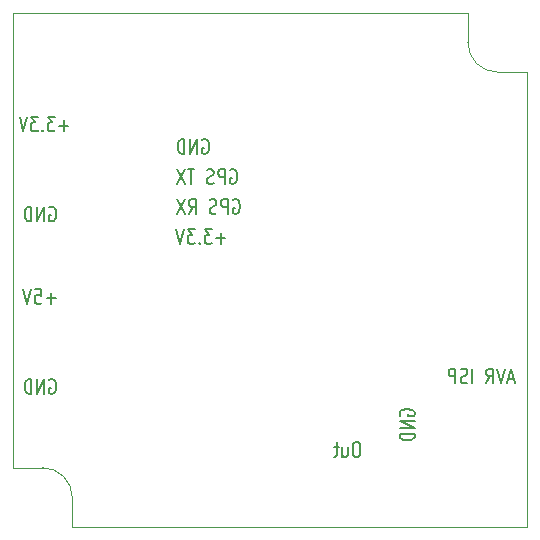
<source format=gbo>
G04 #@! TF.FileFunction,Legend,Bot*
%FSLAX46Y46*%
G04 Gerber Fmt 4.6, Leading zero omitted, Abs format (unit mm)*
G04 Created by KiCad (PCBNEW 4.0.6) date 04/17/17 12:50:54*
%MOMM*%
%LPD*%
G01*
G04 APERTURE LIST*
%ADD10C,0.100000*%
%ADD11C,0.200000*%
%ADD12C,0.050000*%
G04 APERTURE END LIST*
D10*
D11*
X144790000Y-109093096D02*
X144730476Y-108997858D01*
X144730476Y-108855001D01*
X144790000Y-108712143D01*
X144909048Y-108616905D01*
X145028095Y-108569286D01*
X145266190Y-108521667D01*
X145444762Y-108521667D01*
X145682857Y-108569286D01*
X145801905Y-108616905D01*
X145920952Y-108712143D01*
X145980476Y-108855001D01*
X145980476Y-108950239D01*
X145920952Y-109093096D01*
X145861429Y-109140715D01*
X145444762Y-109140715D01*
X145444762Y-108950239D01*
X145980476Y-109569286D02*
X144730476Y-109569286D01*
X145980476Y-110140715D01*
X144730476Y-110140715D01*
X145980476Y-110616905D02*
X144730476Y-110616905D01*
X144730476Y-110855000D01*
X144790000Y-110997858D01*
X144909048Y-111093096D01*
X145028095Y-111140715D01*
X145266190Y-111188334D01*
X145444762Y-111188334D01*
X145682857Y-111140715D01*
X145801905Y-111093096D01*
X145920952Y-110997858D01*
X145980476Y-110855000D01*
X145980476Y-110616905D01*
X115061904Y-106055000D02*
X115157142Y-105995476D01*
X115299999Y-105995476D01*
X115442857Y-106055000D01*
X115538095Y-106174048D01*
X115585714Y-106293095D01*
X115633333Y-106531190D01*
X115633333Y-106709762D01*
X115585714Y-106947857D01*
X115538095Y-107066905D01*
X115442857Y-107185952D01*
X115299999Y-107245476D01*
X115204761Y-107245476D01*
X115061904Y-107185952D01*
X115014285Y-107126429D01*
X115014285Y-106709762D01*
X115204761Y-106709762D01*
X114585714Y-107245476D02*
X114585714Y-105995476D01*
X114014285Y-107245476D01*
X114014285Y-105995476D01*
X113538095Y-107245476D02*
X113538095Y-105995476D01*
X113300000Y-105995476D01*
X113157142Y-106055000D01*
X113061904Y-106174048D01*
X113014285Y-106293095D01*
X112966666Y-106531190D01*
X112966666Y-106709762D01*
X113014285Y-106947857D01*
X113061904Y-107066905D01*
X113157142Y-107185952D01*
X113300000Y-107245476D01*
X113538095Y-107245476D01*
X115061904Y-91450000D02*
X115157142Y-91390476D01*
X115299999Y-91390476D01*
X115442857Y-91450000D01*
X115538095Y-91569048D01*
X115585714Y-91688095D01*
X115633333Y-91926190D01*
X115633333Y-92104762D01*
X115585714Y-92342857D01*
X115538095Y-92461905D01*
X115442857Y-92580952D01*
X115299999Y-92640476D01*
X115204761Y-92640476D01*
X115061904Y-92580952D01*
X115014285Y-92521429D01*
X115014285Y-92104762D01*
X115204761Y-92104762D01*
X114585714Y-92640476D02*
X114585714Y-91390476D01*
X114014285Y-92640476D01*
X114014285Y-91390476D01*
X113538095Y-92640476D02*
X113538095Y-91390476D01*
X113300000Y-91390476D01*
X113157142Y-91450000D01*
X113061904Y-91569048D01*
X113014285Y-91688095D01*
X112966666Y-91926190D01*
X112966666Y-92104762D01*
X113014285Y-92342857D01*
X113061904Y-92461905D01*
X113157142Y-92580952D01*
X113300000Y-92640476D01*
X113538095Y-92640476D01*
X154399905Y-105999333D02*
X153923714Y-105999333D01*
X154495143Y-106356476D02*
X154161810Y-105106476D01*
X153828476Y-106356476D01*
X153638000Y-105106476D02*
X153304667Y-106356476D01*
X152971333Y-105106476D01*
X152066571Y-106356476D02*
X152399905Y-105761238D01*
X152638000Y-106356476D02*
X152638000Y-105106476D01*
X152257047Y-105106476D01*
X152161809Y-105166000D01*
X152114190Y-105225524D01*
X152066571Y-105344571D01*
X152066571Y-105523143D01*
X152114190Y-105642190D01*
X152161809Y-105701714D01*
X152257047Y-105761238D01*
X152638000Y-105761238D01*
X150876095Y-106356476D02*
X150876095Y-105106476D01*
X150447524Y-106296952D02*
X150304667Y-106356476D01*
X150066571Y-106356476D01*
X149971333Y-106296952D01*
X149923714Y-106237429D01*
X149876095Y-106118381D01*
X149876095Y-105999333D01*
X149923714Y-105880286D01*
X149971333Y-105820762D01*
X150066571Y-105761238D01*
X150257048Y-105701714D01*
X150352286Y-105642190D01*
X150399905Y-105582667D01*
X150447524Y-105463619D01*
X150447524Y-105344571D01*
X150399905Y-105225524D01*
X150352286Y-105166000D01*
X150257048Y-105106476D01*
X150018952Y-105106476D01*
X149876095Y-105166000D01*
X149447524Y-106356476D02*
X149447524Y-105106476D01*
X149066571Y-105106476D01*
X148971333Y-105166000D01*
X148923714Y-105225524D01*
X148876095Y-105344571D01*
X148876095Y-105523143D01*
X148923714Y-105642190D01*
X148971333Y-105701714D01*
X149066571Y-105761238D01*
X149447524Y-105761238D01*
X141168334Y-111329476D02*
X140977857Y-111329476D01*
X140882619Y-111389000D01*
X140787381Y-111508048D01*
X140739762Y-111746143D01*
X140739762Y-112162810D01*
X140787381Y-112400905D01*
X140882619Y-112519952D01*
X140977857Y-112579476D01*
X141168334Y-112579476D01*
X141263572Y-112519952D01*
X141358810Y-112400905D01*
X141406429Y-112162810D01*
X141406429Y-111746143D01*
X141358810Y-111508048D01*
X141263572Y-111389000D01*
X141168334Y-111329476D01*
X139882619Y-111746143D02*
X139882619Y-112579476D01*
X140311191Y-111746143D02*
X140311191Y-112400905D01*
X140263572Y-112519952D01*
X140168334Y-112579476D01*
X140025476Y-112579476D01*
X139930238Y-112519952D01*
X139882619Y-112460429D01*
X139549286Y-111746143D02*
X139168334Y-111746143D01*
X139406429Y-111329476D02*
X139406429Y-112400905D01*
X139358810Y-112519952D01*
X139263572Y-112579476D01*
X139168334Y-112579476D01*
X128015714Y-85735000D02*
X128110952Y-85675476D01*
X128253809Y-85675476D01*
X128396667Y-85735000D01*
X128491905Y-85854048D01*
X128539524Y-85973095D01*
X128587143Y-86211190D01*
X128587143Y-86389762D01*
X128539524Y-86627857D01*
X128491905Y-86746905D01*
X128396667Y-86865952D01*
X128253809Y-86925476D01*
X128158571Y-86925476D01*
X128015714Y-86865952D01*
X127968095Y-86806429D01*
X127968095Y-86389762D01*
X128158571Y-86389762D01*
X127539524Y-86925476D02*
X127539524Y-85675476D01*
X126968095Y-86925476D01*
X126968095Y-85675476D01*
X126491905Y-86925476D02*
X126491905Y-85675476D01*
X126253810Y-85675476D01*
X126110952Y-85735000D01*
X126015714Y-85854048D01*
X125968095Y-85973095D01*
X125920476Y-86211190D01*
X125920476Y-86389762D01*
X125968095Y-86627857D01*
X126015714Y-86746905D01*
X126110952Y-86865952D01*
X126253810Y-86925476D01*
X126491905Y-86925476D01*
X130396667Y-88275000D02*
X130491905Y-88215476D01*
X130634762Y-88215476D01*
X130777620Y-88275000D01*
X130872858Y-88394048D01*
X130920477Y-88513095D01*
X130968096Y-88751190D01*
X130968096Y-88929762D01*
X130920477Y-89167857D01*
X130872858Y-89286905D01*
X130777620Y-89405952D01*
X130634762Y-89465476D01*
X130539524Y-89465476D01*
X130396667Y-89405952D01*
X130349048Y-89346429D01*
X130349048Y-88929762D01*
X130539524Y-88929762D01*
X129920477Y-89465476D02*
X129920477Y-88215476D01*
X129539524Y-88215476D01*
X129444286Y-88275000D01*
X129396667Y-88334524D01*
X129349048Y-88453571D01*
X129349048Y-88632143D01*
X129396667Y-88751190D01*
X129444286Y-88810714D01*
X129539524Y-88870238D01*
X129920477Y-88870238D01*
X128968096Y-89405952D02*
X128825239Y-89465476D01*
X128587143Y-89465476D01*
X128491905Y-89405952D01*
X128444286Y-89346429D01*
X128396667Y-89227381D01*
X128396667Y-89108333D01*
X128444286Y-88989286D01*
X128491905Y-88929762D01*
X128587143Y-88870238D01*
X128777620Y-88810714D01*
X128872858Y-88751190D01*
X128920477Y-88691667D01*
X128968096Y-88572619D01*
X128968096Y-88453571D01*
X128920477Y-88334524D01*
X128872858Y-88275000D01*
X128777620Y-88215476D01*
X128539524Y-88215476D01*
X128396667Y-88275000D01*
X127349048Y-88215476D02*
X126777619Y-88215476D01*
X127063334Y-89465476D02*
X127063334Y-88215476D01*
X126539524Y-88215476D02*
X125872857Y-89465476D01*
X125872857Y-88215476D02*
X126539524Y-89465476D01*
X130634762Y-90815000D02*
X130730000Y-90755476D01*
X130872857Y-90755476D01*
X131015715Y-90815000D01*
X131110953Y-90934048D01*
X131158572Y-91053095D01*
X131206191Y-91291190D01*
X131206191Y-91469762D01*
X131158572Y-91707857D01*
X131110953Y-91826905D01*
X131015715Y-91945952D01*
X130872857Y-92005476D01*
X130777619Y-92005476D01*
X130634762Y-91945952D01*
X130587143Y-91886429D01*
X130587143Y-91469762D01*
X130777619Y-91469762D01*
X130158572Y-92005476D02*
X130158572Y-90755476D01*
X129777619Y-90755476D01*
X129682381Y-90815000D01*
X129634762Y-90874524D01*
X129587143Y-90993571D01*
X129587143Y-91172143D01*
X129634762Y-91291190D01*
X129682381Y-91350714D01*
X129777619Y-91410238D01*
X130158572Y-91410238D01*
X129206191Y-91945952D02*
X129063334Y-92005476D01*
X128825238Y-92005476D01*
X128730000Y-91945952D01*
X128682381Y-91886429D01*
X128634762Y-91767381D01*
X128634762Y-91648333D01*
X128682381Y-91529286D01*
X128730000Y-91469762D01*
X128825238Y-91410238D01*
X129015715Y-91350714D01*
X129110953Y-91291190D01*
X129158572Y-91231667D01*
X129206191Y-91112619D01*
X129206191Y-90993571D01*
X129158572Y-90874524D01*
X129110953Y-90815000D01*
X129015715Y-90755476D01*
X128777619Y-90755476D01*
X128634762Y-90815000D01*
X126872857Y-92005476D02*
X127206191Y-91410238D01*
X127444286Y-92005476D02*
X127444286Y-90755476D01*
X127063333Y-90755476D01*
X126968095Y-90815000D01*
X126920476Y-90874524D01*
X126872857Y-90993571D01*
X126872857Y-91172143D01*
X126920476Y-91291190D01*
X126968095Y-91350714D01*
X127063333Y-91410238D01*
X127444286Y-91410238D01*
X126539524Y-90755476D02*
X125872857Y-92005476D01*
X125872857Y-90755476D02*
X126539524Y-92005476D01*
X129968095Y-94069286D02*
X129206190Y-94069286D01*
X129587142Y-94545476D02*
X129587142Y-93593095D01*
X128825238Y-93295476D02*
X128206190Y-93295476D01*
X128539524Y-93771667D01*
X128396666Y-93771667D01*
X128301428Y-93831190D01*
X128253809Y-93890714D01*
X128206190Y-94009762D01*
X128206190Y-94307381D01*
X128253809Y-94426429D01*
X128301428Y-94485952D01*
X128396666Y-94545476D01*
X128682381Y-94545476D01*
X128777619Y-94485952D01*
X128825238Y-94426429D01*
X127777619Y-94426429D02*
X127730000Y-94485952D01*
X127777619Y-94545476D01*
X127825238Y-94485952D01*
X127777619Y-94426429D01*
X127777619Y-94545476D01*
X127396667Y-93295476D02*
X126777619Y-93295476D01*
X127110953Y-93771667D01*
X126968095Y-93771667D01*
X126872857Y-93831190D01*
X126825238Y-93890714D01*
X126777619Y-94009762D01*
X126777619Y-94307381D01*
X126825238Y-94426429D01*
X126872857Y-94485952D01*
X126968095Y-94545476D01*
X127253810Y-94545476D01*
X127349048Y-94485952D01*
X127396667Y-94426429D01*
X126491905Y-93295476D02*
X126158572Y-94545476D01*
X125825238Y-93295476D01*
X115585714Y-99149286D02*
X114823809Y-99149286D01*
X115204761Y-99625476D02*
X115204761Y-98673095D01*
X113871428Y-98375476D02*
X114347619Y-98375476D01*
X114395238Y-98970714D01*
X114347619Y-98911190D01*
X114252381Y-98851667D01*
X114014285Y-98851667D01*
X113919047Y-98911190D01*
X113871428Y-98970714D01*
X113823809Y-99089762D01*
X113823809Y-99387381D01*
X113871428Y-99506429D01*
X113919047Y-99565952D01*
X114014285Y-99625476D01*
X114252381Y-99625476D01*
X114347619Y-99565952D01*
X114395238Y-99506429D01*
X113538095Y-98375476D02*
X113204762Y-99625476D01*
X112871428Y-98375476D01*
X116681000Y-84544286D02*
X115919095Y-84544286D01*
X116300047Y-85020476D02*
X116300047Y-84068095D01*
X115538143Y-83770476D02*
X114919095Y-83770476D01*
X115252429Y-84246667D01*
X115109571Y-84246667D01*
X115014333Y-84306190D01*
X114966714Y-84365714D01*
X114919095Y-84484762D01*
X114919095Y-84782381D01*
X114966714Y-84901429D01*
X115014333Y-84960952D01*
X115109571Y-85020476D01*
X115395286Y-85020476D01*
X115490524Y-84960952D01*
X115538143Y-84901429D01*
X114490524Y-84901429D02*
X114442905Y-84960952D01*
X114490524Y-85020476D01*
X114538143Y-84960952D01*
X114490524Y-84901429D01*
X114490524Y-85020476D01*
X114109572Y-83770476D02*
X113490524Y-83770476D01*
X113823858Y-84246667D01*
X113681000Y-84246667D01*
X113585762Y-84306190D01*
X113538143Y-84365714D01*
X113490524Y-84484762D01*
X113490524Y-84782381D01*
X113538143Y-84901429D01*
X113585762Y-84960952D01*
X113681000Y-85020476D01*
X113966715Y-85020476D01*
X114061953Y-84960952D01*
X114109572Y-84901429D01*
X113204810Y-83770476D02*
X112871477Y-85020476D01*
X112538143Y-83770476D01*
D12*
X117000000Y-116000000D02*
X117000000Y-118500000D01*
X114500000Y-113500000D02*
X112000000Y-113500000D01*
X117000000Y-116000000D02*
G75*
G03X114500000Y-113500000I-2500000J0D01*
G01*
X150500000Y-77500000D02*
G75*
G03X153000000Y-80000000I2500000J0D01*
G01*
X153000000Y-80000000D02*
X155500000Y-80000000D01*
X150500000Y-75000000D02*
X150500000Y-77500000D01*
X112000000Y-75000000D02*
X150500000Y-75000000D01*
X112000000Y-113500000D02*
X112000000Y-75000000D01*
X155500000Y-118500000D02*
X117000000Y-118500000D01*
X155500000Y-80000000D02*
X155500000Y-118500000D01*
M02*

</source>
